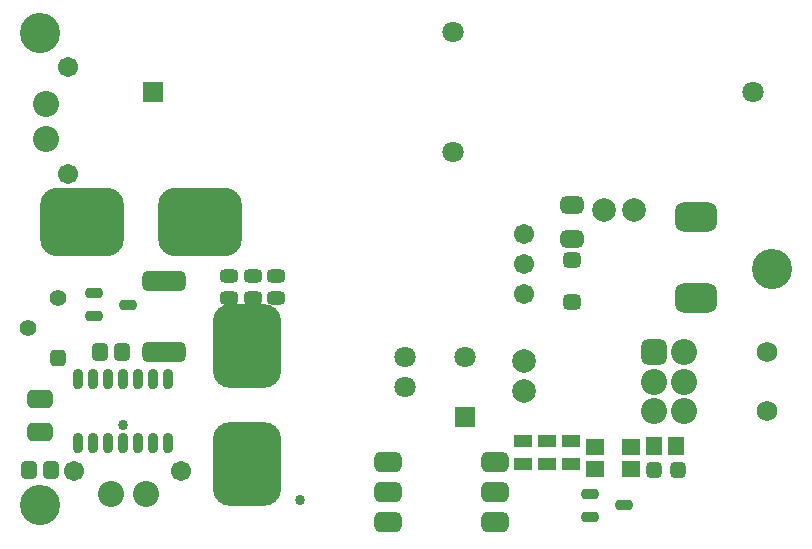
<source format=gts>
G04*
G04 #@! TF.GenerationSoftware,Altium Limited,Altium Designer,23.3.1 (30)*
G04*
G04 Layer_Color=8388736*
%FSLAX44Y44*%
%MOMM*%
G71*
G04*
G04 #@! TF.SameCoordinates,FAC3D44D-3572-4026-B01C-A32F10146FDD*
G04*
G04*
G04 #@! TF.FilePolarity,Negative*
G04*
G01*
G75*
G04:AMPARAMS|DCode=33|XSize=3.5032mm|YSize=2.5032mm|CornerRadius=0.6766mm|HoleSize=0mm|Usage=FLASHONLY|Rotation=0.000|XOffset=0mm|YOffset=0mm|HoleType=Round|Shape=RoundedRectangle|*
%AMROUNDEDRECTD33*
21,1,3.5032,1.1500,0,0,0.0*
21,1,2.1500,2.5032,0,0,0.0*
1,1,1.3532,1.0750,-0.5750*
1,1,1.3532,-1.0750,-0.5750*
1,1,1.3532,-1.0750,0.5750*
1,1,1.3532,1.0750,0.5750*
%
%ADD33ROUNDEDRECTD33*%
G04:AMPARAMS|DCode=34|XSize=5.8032mm|YSize=7.1032mm|CornerRadius=1.5016mm|HoleSize=0mm|Usage=FLASHONLY|Rotation=0.000|XOffset=0mm|YOffset=0mm|HoleType=Round|Shape=RoundedRectangle|*
%AMROUNDEDRECTD34*
21,1,5.8032,4.1000,0,0,0.0*
21,1,2.8000,7.1032,0,0,0.0*
1,1,3.0032,1.4000,-2.0500*
1,1,3.0032,-1.4000,-2.0500*
1,1,3.0032,-1.4000,2.0500*
1,1,3.0032,1.4000,2.0500*
%
%ADD34ROUNDEDRECTD34*%
G04:AMPARAMS|DCode=35|XSize=3.7032mm|YSize=1.7032mm|CornerRadius=0.4766mm|HoleSize=0mm|Usage=FLASHONLY|Rotation=180.000|XOffset=0mm|YOffset=0mm|HoleType=Round|Shape=RoundedRectangle|*
%AMROUNDEDRECTD35*
21,1,3.7032,0.7500,0,0,180.0*
21,1,2.7500,1.7032,0,0,180.0*
1,1,0.9532,-1.3750,0.3750*
1,1,0.9532,1.3750,0.3750*
1,1,0.9532,1.3750,-0.3750*
1,1,0.9532,-1.3750,-0.3750*
%
%ADD35ROUNDEDRECTD35*%
G04:AMPARAMS|DCode=36|XSize=5.8032mm|YSize=7.1032mm|CornerRadius=1.5016mm|HoleSize=0mm|Usage=FLASHONLY|Rotation=270.000|XOffset=0mm|YOffset=0mm|HoleType=Round|Shape=RoundedRectangle|*
%AMROUNDEDRECTD36*
21,1,5.8032,4.1000,0,0,270.0*
21,1,2.8000,7.1032,0,0,270.0*
1,1,3.0032,-2.0500,-1.4000*
1,1,3.0032,-2.0500,1.4000*
1,1,3.0032,2.0500,1.4000*
1,1,3.0032,2.0500,-1.4000*
%
%ADD36ROUNDEDRECTD36*%
%ADD37R,1.5532X1.3532*%
G04:AMPARAMS|DCode=38|XSize=0.8532mm|YSize=1.4532mm|CornerRadius=0.2641mm|HoleSize=0mm|Usage=FLASHONLY|Rotation=90.000|XOffset=0mm|YOffset=0mm|HoleType=Round|Shape=RoundedRectangle|*
%AMROUNDEDRECTD38*
21,1,0.8532,0.9250,0,0,90.0*
21,1,0.3250,1.4532,0,0,90.0*
1,1,0.5282,0.4625,0.1625*
1,1,0.5282,0.4625,-0.1625*
1,1,0.5282,-0.4625,-0.1625*
1,1,0.5282,-0.4625,0.1625*
%
%ADD38ROUNDEDRECTD38*%
G04:AMPARAMS|DCode=39|XSize=1.5532mm|YSize=1.3532mm|CornerRadius=0.3891mm|HoleSize=0mm|Usage=FLASHONLY|Rotation=90.000|XOffset=0mm|YOffset=0mm|HoleType=Round|Shape=RoundedRectangle|*
%AMROUNDEDRECTD39*
21,1,1.5532,0.5750,0,0,90.0*
21,1,0.7750,1.3532,0,0,90.0*
1,1,0.7782,0.2875,0.3875*
1,1,0.7782,0.2875,-0.3875*
1,1,0.7782,-0.2875,-0.3875*
1,1,0.7782,-0.2875,0.3875*
%
%ADD39ROUNDEDRECTD39*%
G04:AMPARAMS|DCode=40|XSize=2.1532mm|YSize=1.6032mm|CornerRadius=0.4516mm|HoleSize=0mm|Usage=FLASHONLY|Rotation=180.000|XOffset=0mm|YOffset=0mm|HoleType=Round|Shape=RoundedRectangle|*
%AMROUNDEDRECTD40*
21,1,2.1532,0.7000,0,0,180.0*
21,1,1.2500,1.6032,0,0,180.0*
1,1,0.9032,-0.6250,0.3500*
1,1,0.9032,0.6250,0.3500*
1,1,0.9032,0.6250,-0.3500*
1,1,0.9032,-0.6250,-0.3500*
%
%ADD40ROUNDEDRECTD40*%
G04:AMPARAMS|DCode=41|XSize=0.8032mm|YSize=1.6532mm|CornerRadius=0.2516mm|HoleSize=0mm|Usage=FLASHONLY|Rotation=0.000|XOffset=0mm|YOffset=0mm|HoleType=Round|Shape=RoundedRectangle|*
%AMROUNDEDRECTD41*
21,1,0.8032,1.1500,0,0,0.0*
21,1,0.3000,1.6532,0,0,0.0*
1,1,0.5032,0.1500,-0.5750*
1,1,0.5032,-0.1500,-0.5750*
1,1,0.5032,-0.1500,0.5750*
1,1,0.5032,0.1500,0.5750*
%
%ADD41ROUNDEDRECTD41*%
%ADD42R,1.5032X1.1032*%
%ADD43R,1.3532X1.5532*%
G04:AMPARAMS|DCode=44|XSize=1.4032mm|YSize=1.3032mm|CornerRadius=0.3766mm|HoleSize=0mm|Usage=FLASHONLY|Rotation=90.000|XOffset=0mm|YOffset=0mm|HoleType=Round|Shape=RoundedRectangle|*
%AMROUNDEDRECTD44*
21,1,1.4032,0.5500,0,0,90.0*
21,1,0.6500,1.3032,0,0,90.0*
1,1,0.7532,0.2750,0.3250*
1,1,0.7532,0.2750,-0.3250*
1,1,0.7532,-0.2750,-0.3250*
1,1,0.7532,-0.2750,0.3250*
%
%ADD44ROUNDEDRECTD44*%
G04:AMPARAMS|DCode=45|XSize=1.7032mm|YSize=2.3032mm|CornerRadius=0.4766mm|HoleSize=0mm|Usage=FLASHONLY|Rotation=90.000|XOffset=0mm|YOffset=0mm|HoleType=Round|Shape=RoundedRectangle|*
%AMROUNDEDRECTD45*
21,1,1.7032,1.3500,0,0,90.0*
21,1,0.7500,2.3032,0,0,90.0*
1,1,0.9532,0.6750,0.3750*
1,1,0.9532,0.6750,-0.3750*
1,1,0.9532,-0.6750,-0.3750*
1,1,0.9532,-0.6750,0.3750*
%
%ADD45ROUNDEDRECTD45*%
G04:AMPARAMS|DCode=46|XSize=1.9532mm|YSize=1.4532mm|CornerRadius=0.4141mm|HoleSize=0mm|Usage=FLASHONLY|Rotation=180.000|XOffset=0mm|YOffset=0mm|HoleType=Round|Shape=RoundedRectangle|*
%AMROUNDEDRECTD46*
21,1,1.9532,0.6250,0,0,180.0*
21,1,1.1250,1.4532,0,0,180.0*
1,1,0.8282,-0.5625,0.3125*
1,1,0.8282,0.5625,0.3125*
1,1,0.8282,0.5625,-0.3125*
1,1,0.8282,-0.5625,-0.3125*
%
%ADD46ROUNDEDRECTD46*%
G04:AMPARAMS|DCode=47|XSize=1.5032mm|YSize=1.3032mm|CornerRadius=0.3766mm|HoleSize=0mm|Usage=FLASHONLY|Rotation=0.000|XOffset=0mm|YOffset=0mm|HoleType=Round|Shape=RoundedRectangle|*
%AMROUNDEDRECTD47*
21,1,1.5032,0.5500,0,0,0.0*
21,1,0.7500,1.3032,0,0,0.0*
1,1,0.7532,0.3750,-0.2750*
1,1,0.7532,-0.3750,-0.2750*
1,1,0.7532,-0.3750,0.2750*
1,1,0.7532,0.3750,0.2750*
%
%ADD47ROUNDEDRECTD47*%
G04:AMPARAMS|DCode=48|XSize=1.1032mm|YSize=1.5032mm|CornerRadius=0.3266mm|HoleSize=0mm|Usage=FLASHONLY|Rotation=270.000|XOffset=0mm|YOffset=0mm|HoleType=Round|Shape=RoundedRectangle|*
%AMROUNDEDRECTD48*
21,1,1.1032,0.8500,0,0,270.0*
21,1,0.4500,1.5032,0,0,270.0*
1,1,0.6532,-0.4250,-0.2250*
1,1,0.6532,-0.4250,0.2250*
1,1,0.6532,0.4250,0.2250*
1,1,0.6532,0.4250,-0.2250*
%
%ADD48ROUNDEDRECTD48*%
%ADD49C,1.8032*%
%ADD50R,1.8032X1.8032*%
%ADD51C,1.7032*%
%ADD52R,1.8032X1.8032*%
%ADD53C,2.2032*%
%ADD54C,1.4032*%
G04:AMPARAMS|DCode=55|XSize=1.4032mm|YSize=1.4032mm|CornerRadius=0.4016mm|HoleSize=0mm|Usage=FLASHONLY|Rotation=180.000|XOffset=0mm|YOffset=0mm|HoleType=Round|Shape=RoundedRectangle|*
%AMROUNDEDRECTD55*
21,1,1.4032,0.6000,0,0,180.0*
21,1,0.6000,1.4032,0,0,180.0*
1,1,0.8032,-0.3000,0.3000*
1,1,0.8032,0.3000,0.3000*
1,1,0.8032,0.3000,-0.3000*
1,1,0.8032,-0.3000,-0.3000*
%
%ADD55ROUNDEDRECTD55*%
%ADD56C,1.7272*%
G04:AMPARAMS|DCode=57|XSize=2.2032mm|YSize=2.2032mm|CornerRadius=0.6016mm|HoleSize=0mm|Usage=FLASHONLY|Rotation=90.000|XOffset=0mm|YOffset=0mm|HoleType=Round|Shape=RoundedRectangle|*
%AMROUNDEDRECTD57*
21,1,2.2032,1.0000,0,0,90.0*
21,1,1.0000,2.2032,0,0,90.0*
1,1,1.2032,0.5000,0.5000*
1,1,1.2032,0.5000,-0.5000*
1,1,1.2032,-0.5000,-0.5000*
1,1,1.2032,-0.5000,0.5000*
%
%ADD57ROUNDEDRECTD57*%
%ADD58C,2.0032*%
%ADD59C,0.8600*%
%ADD60C,3.4032*%
D33*
X585000Y274000D02*
D03*
Y206000D02*
D03*
D34*
X205000Y65000D02*
D03*
Y165000D02*
D03*
D35*
X135000Y220000D02*
D03*
Y160000D02*
D03*
D36*
X165250Y270000D02*
D03*
X65250D02*
D03*
D37*
X530000Y60750D02*
D03*
Y79250D02*
D03*
X500000Y60750D02*
D03*
Y79250D02*
D03*
D38*
X524250Y30000D02*
D03*
X75750Y209500D02*
D03*
Y190500D02*
D03*
X104250Y200000D02*
D03*
X495750Y39500D02*
D03*
Y20500D02*
D03*
D39*
X80750Y160000D02*
D03*
X99250D02*
D03*
X20750Y60000D02*
D03*
X39250D02*
D03*
D40*
X30000Y92000D02*
D03*
Y120000D02*
D03*
D41*
X138100Y137250D02*
D03*
X125400D02*
D03*
X112700D02*
D03*
X100000D02*
D03*
X87300D02*
D03*
X74600D02*
D03*
X61900D02*
D03*
X138100Y82750D02*
D03*
X125400D02*
D03*
X112700D02*
D03*
X100000D02*
D03*
X87300D02*
D03*
X74600D02*
D03*
X61900D02*
D03*
D42*
X439198Y84500D02*
D03*
Y65500D02*
D03*
X459198Y84500D02*
D03*
Y65500D02*
D03*
X479198Y84500D02*
D03*
Y65500D02*
D03*
D43*
X568500Y80000D02*
D03*
X550000D02*
D03*
D44*
X549500Y60000D02*
D03*
X570500D02*
D03*
D45*
X324500Y67150D02*
D03*
Y41750D02*
D03*
Y16350D02*
D03*
X415500Y67150D02*
D03*
Y41750D02*
D03*
Y16350D02*
D03*
D46*
X480000Y284250D02*
D03*
Y255750D02*
D03*
D47*
Y237500D02*
D03*
Y202500D02*
D03*
D48*
X190000Y205500D02*
D03*
Y224500D02*
D03*
X210000Y205500D02*
D03*
Y224500D02*
D03*
X230000Y205500D02*
D03*
Y224500D02*
D03*
D49*
X380000Y329000D02*
D03*
Y431000D02*
D03*
X634000Y380000D02*
D03*
X390000Y155400D02*
D03*
X339200Y130000D02*
D03*
Y155400D02*
D03*
D50*
X126000Y380000D02*
D03*
D51*
X440000Y209200D02*
D03*
Y260000D02*
D03*
Y234600D02*
D03*
X149500Y59000D02*
D03*
X58500Y59000D02*
D03*
X54000Y310500D02*
D03*
X54000Y401500D02*
D03*
D52*
X390000Y104600D02*
D03*
D53*
X574850Y134750D02*
D03*
X549850D02*
D03*
X120000Y40000D02*
D03*
X90000D02*
D03*
X35000Y340000D02*
D03*
Y370000D02*
D03*
X574850Y159750D02*
D03*
Y109750D02*
D03*
X549850D02*
D03*
D54*
X20000Y180000D02*
D03*
X45400Y205400D02*
D03*
D55*
Y154600D02*
D03*
D56*
X645900Y110000D02*
D03*
Y160000D02*
D03*
D57*
X549850Y159750D02*
D03*
D58*
X440000Y127300D02*
D03*
Y152700D02*
D03*
X532700Y280000D02*
D03*
X507300D02*
D03*
D59*
X250000Y35000D02*
D03*
X140000Y255000D02*
D03*
X100000Y98500D02*
D03*
D60*
X650000Y230000D02*
D03*
X30000Y30000D02*
D03*
Y430000D02*
D03*
M02*

</source>
